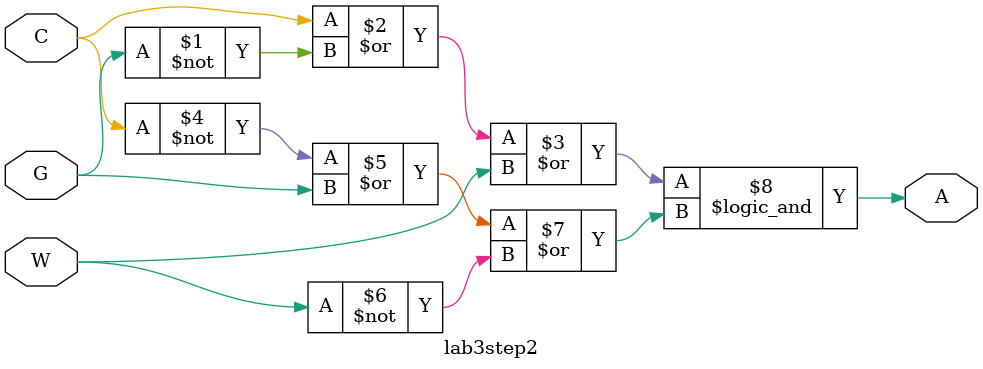
<source format=v>
module lab3step2 (A,C,G,W);

input C,G,W;
output A;

assign A= (C|~G|W) && (~C|G|~W) ;

endmodule


</source>
